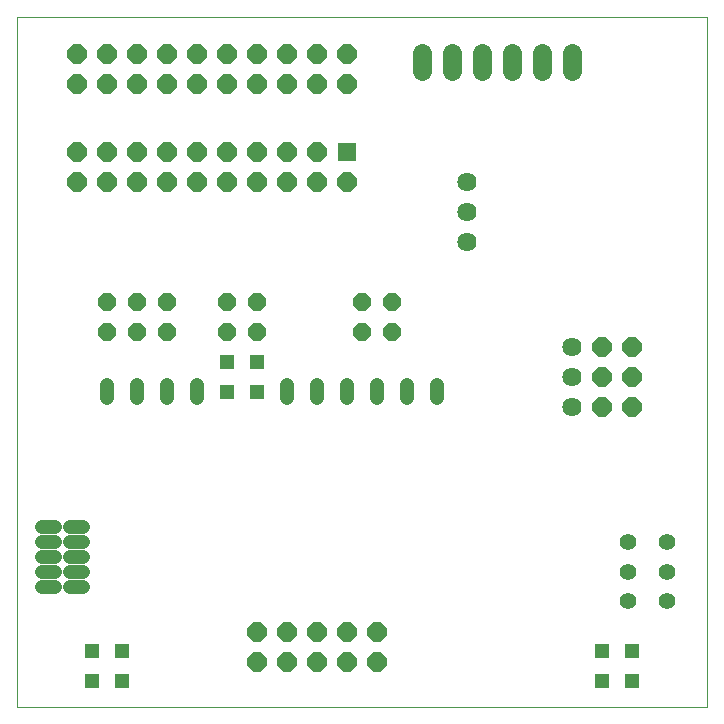
<source format=gbs>
G75*
%MOIN*%
%OFA0B0*%
%FSLAX25Y25*%
%IPPOS*%
%LPD*%
%AMOC8*
5,1,8,0,0,1.08239X$1,22.5*
%
%ADD10C,0.00000*%
%ADD11OC8,0.06400*%
%ADD12OC8,0.06337*%
%ADD13C,0.06400*%
%ADD14OC8,0.06000*%
%ADD15C,0.06400*%
%ADD16C,0.04762*%
%ADD17R,0.06400X0.06400*%
%ADD18C,0.05500*%
%ADD19R,0.04762X0.04762*%
D10*
X0001500Y0010087D02*
X0001500Y0240087D01*
X0231500Y0240087D01*
X0231500Y0010087D01*
X0001500Y0010087D01*
D11*
X0021500Y0185087D03*
X0021500Y0195087D03*
X0031500Y0195087D03*
X0041500Y0195087D03*
X0041500Y0185087D03*
X0031500Y0185087D03*
X0051500Y0185087D03*
X0051500Y0195087D03*
X0061500Y0195087D03*
X0071500Y0195087D03*
X0081500Y0195087D03*
X0081500Y0185087D03*
X0071500Y0185087D03*
X0061500Y0185087D03*
X0091500Y0185087D03*
X0091500Y0195087D03*
X0101500Y0195087D03*
X0101500Y0185087D03*
X0111500Y0185087D03*
X0111500Y0217587D03*
X0111500Y0227587D03*
X0101500Y0227587D03*
X0091500Y0227587D03*
X0091500Y0217587D03*
X0101500Y0217587D03*
X0081500Y0217587D03*
X0081500Y0227587D03*
X0071500Y0227587D03*
X0061500Y0227587D03*
X0051500Y0227587D03*
X0051500Y0217587D03*
X0061500Y0217587D03*
X0071500Y0217587D03*
X0041500Y0217587D03*
X0041500Y0227587D03*
X0031500Y0227587D03*
X0021500Y0227587D03*
X0021500Y0217587D03*
X0031500Y0217587D03*
X0196500Y0130087D03*
X0206500Y0130087D03*
X0206500Y0120087D03*
X0196500Y0120087D03*
X0196500Y0110087D03*
X0206500Y0110087D03*
D12*
X0121500Y0035087D03*
X0121500Y0025087D03*
X0111500Y0025087D03*
X0111500Y0035087D03*
X0101500Y0035087D03*
X0091500Y0035087D03*
X0091500Y0025087D03*
X0101500Y0025087D03*
X0081500Y0025087D03*
X0081500Y0035087D03*
D13*
X0186500Y0110087D03*
X0186500Y0120087D03*
X0186500Y0130087D03*
X0151500Y0165087D03*
X0151500Y0175087D03*
X0151500Y0185087D03*
D14*
X0126500Y0145087D03*
X0116500Y0145087D03*
X0116500Y0135087D03*
X0126500Y0135087D03*
X0081500Y0135087D03*
X0081500Y0145087D03*
X0071500Y0145087D03*
X0071500Y0135087D03*
X0051500Y0135087D03*
X0051500Y0145087D03*
X0041500Y0145087D03*
X0031500Y0145087D03*
X0031500Y0135087D03*
X0041500Y0135087D03*
D15*
X0136500Y0222087D02*
X0136500Y0228087D01*
X0146500Y0228087D02*
X0146500Y0222087D01*
X0156500Y0222087D02*
X0156500Y0228087D01*
X0166500Y0228087D02*
X0166500Y0222087D01*
X0176500Y0222087D02*
X0176500Y0228087D01*
X0186500Y0228087D02*
X0186500Y0222087D01*
D16*
X0141500Y0117268D02*
X0141500Y0112906D01*
X0131500Y0112906D02*
X0131500Y0117268D01*
X0121500Y0117268D02*
X0121500Y0112906D01*
X0111500Y0112906D02*
X0111500Y0117268D01*
X0101500Y0117268D02*
X0101500Y0112906D01*
X0091500Y0112906D02*
X0091500Y0117268D01*
X0061500Y0117268D02*
X0061500Y0112906D01*
X0051500Y0112906D02*
X0051500Y0117268D01*
X0041500Y0117268D02*
X0041500Y0112906D01*
X0031500Y0112906D02*
X0031500Y0117268D01*
X0023362Y0070087D02*
X0019000Y0070087D01*
X0014000Y0070087D02*
X0009638Y0070087D01*
X0009638Y0065087D02*
X0014000Y0065087D01*
X0019000Y0065087D02*
X0023362Y0065087D01*
X0023362Y0060087D02*
X0019000Y0060087D01*
X0014000Y0060087D02*
X0009638Y0060087D01*
X0009638Y0055087D02*
X0014000Y0055087D01*
X0019000Y0055087D02*
X0023362Y0055087D01*
X0023362Y0050087D02*
X0019000Y0050087D01*
X0014000Y0050087D02*
X0009638Y0050087D01*
D17*
X0111500Y0195087D03*
D18*
X0205004Y0064929D03*
X0205004Y0055087D03*
X0205004Y0045244D03*
X0217996Y0045244D03*
X0217996Y0055087D03*
X0217996Y0064929D03*
D19*
X0206500Y0028587D03*
X0196500Y0028587D03*
X0196500Y0018587D03*
X0206500Y0018587D03*
X0081500Y0115087D03*
X0081500Y0125087D03*
X0071500Y0125087D03*
X0071500Y0115087D03*
X0036500Y0028587D03*
X0026500Y0028587D03*
X0026500Y0018587D03*
X0036500Y0018587D03*
M02*

</source>
